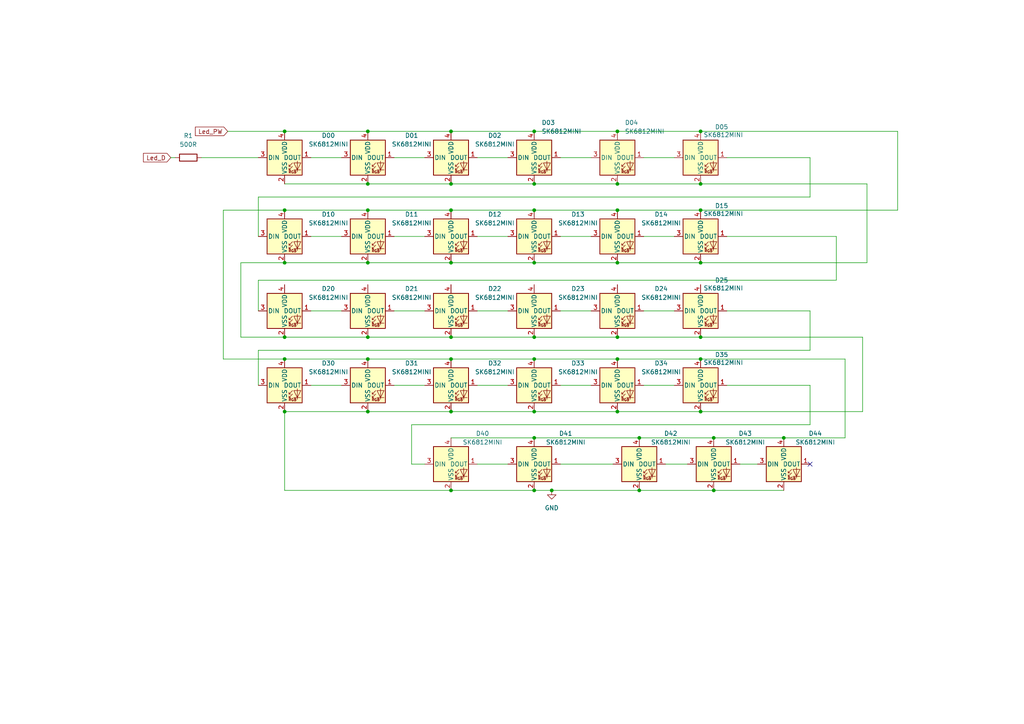
<source format=kicad_sch>
(kicad_sch (version 20250114) (generator "eeschema") (generator_version "9.0")
  (paper "A4")
  (lib_symbols
    (symbol "Device:R" (pin_numbers (hide yes)) (pin_names (offset 0))
      (property "Reference" "R" (at 2.032 0 90))
      (property "Value" "R" (at 0 0 90))
      (symbol "R_0_1"
        (rectangle (start -1.016 -2.54) (end 1.016 2.54) (stroke (width 0.254)))
      )
      (symbol "R_1_1"
        (pin passive line (at 0 3.81 270) (length 1.27) (name "~") (number "1"))
        (pin passive line (at 0 -3.81 90) (length 1.27) (name "~") (number "2"))
      )
    )
    (symbol "LED:SK6812MINI" (pin_names (offset 0.254))
      (property "Reference" "D" (at 5.08 5.715 0))
      (property "Value" "SK6812MINI" (at 1.27 -5.715 0))
      (symbol "SK6812MINI_0_0"
        (text "RGB" (at 2.286 -4.191 0) (effects (font (size 0.762 0.762))))
      )
      (symbol "SK6812MINI_0_1"
        (polyline (pts (xy 1.27 -2.54) (xy 1.778 -2.54)))
        (polyline (pts (xy 1.27 -3.556) (xy 1.778 -3.556)))
        (polyline (pts (xy 2.286 -1.524) (xy 1.27 -2.54) (xy 1.27 -2.032)))
        (polyline (pts (xy 2.286 -2.54) (xy 1.27 -3.556) (xy 1.27 -3.048)))
        (polyline (pts (xy 3.683 -1.016) (xy 3.683 -3.556) (xy 3.683 -4.064)))
        (polyline (pts (xy 4.699 -1.524) (xy 2.667 -1.524) (xy 3.683 -3.556) (xy 4.699 -1.524)))
        (polyline (pts (xy 4.699 -3.556) (xy 2.667 -3.556)))
        (rectangle (start 5.08 5.08) (end -5.08 -5.08) (stroke (width 0.254)) (fill (type background)))
      )
      (symbol "SK6812MINI_1_1"
        (pin input line (at -7.62 0 0) (length 2.54) (name "DIN") (number "3"))
        (pin power_in line (at 0 7.62 270) (length 2.54) (name "VDD") (number "4"))
        (pin power_in line (at 0 -7.62 90) (length 2.54) (name "VSS") (number "2"))
        (pin output line (at 7.62 0 180) (length 2.54) (name "DOUT") (number "1"))
      )
    )
    (symbol "power:GND" (power) (pin_numbers (hide yes)) (pin_names (offset 0) (hide yes))
      (property "Value" "GND" (at 0 -3.81 0))
      (symbol "GND_0_1"
        (polyline (pts (xy 0 0) (xy 0 -1.27) (xy 1.27 -1.27) (xy 0 -2.54) (xy -1.27 -1.27) (xy 0 -1.27)))
      )
      (symbol "GND_1_1"
        (pin power_in line (at 0 0 270) (length 0) (name "~") (number "1"))
      )
    )
  )
  (junction (at 203.2 60.96))
  (junction (at 179.07 38.1))
  (junction (at 154.94 60.96))
  (junction (at 106.68 76.2))
  (junction (at 154.94 119.38))
  (junction (at 203.2 119.38))
  (junction (at 130.81 38.1))
  (junction (at 82.55 119.38))
  (junction (at 130.81 142.24))
  (junction (at 82.55 97.79))
  (junction (at 207.01 127))
  (junction (at 154.94 127))
  (junction (at 160.02 142.24))
  (junction (at 203.2 53.34))
  (junction (at 203.2 104.14))
  (junction (at 82.55 76.2))
  (junction (at 203.2 97.79))
  (junction (at 106.68 104.14))
  (junction (at 227.33 127))
  (junction (at 185.42 127))
  (junction (at 179.07 104.14))
  (junction (at 106.68 53.34))
  (junction (at 82.55 38.1))
  (junction (at 185.42 142.24))
  (junction (at 154.94 38.1))
  (junction (at 207.01 142.24))
  (junction (at 154.94 97.79))
  (junction (at 106.68 119.38))
  (junction (at 130.81 53.34))
  (junction (at 130.81 119.38))
  (junction (at 203.2 38.1))
  (junction (at 130.81 76.2))
  (junction (at 82.55 60.96))
  (junction (at 203.2 76.2))
  (junction (at 106.68 60.96))
  (junction (at 130.81 60.96))
  (junction (at 106.68 38.1))
  (junction (at 154.94 142.24))
  (junction (at 179.07 76.2))
  (junction (at 82.55 104.14))
  (junction (at 179.07 119.38))
  (junction (at 154.94 53.34))
  (junction (at 179.07 97.79))
  (junction (at 179.07 53.34))
  (junction (at 154.94 104.14))
  (junction (at 106.68 97.79))
  (junction (at 179.07 60.96))
  (junction (at 130.81 97.79))
  (junction (at 130.81 104.14))
  (junction (at 154.94 76.2))
  (no_connect (at 234.95 134.62))
  (wire (pts (xy 251.46 53.34) (xy 251.46 76.2)))
  (wire (pts (xy 82.55 38.1) (xy 106.68 38.1)))
  (wire (pts (xy 162.56 90.17) (xy 171.45 90.17)))
  (wire (pts (xy 90.17 68.58) (xy 99.06 68.58)))
  (wire (pts (xy 242.57 68.58) (xy 242.57 81.28)))
  (wire (pts (xy 234.95 90.17) (xy 234.95 101.6)))
  (wire (pts (xy 106.68 97.79) (xy 130.81 97.79)))
  (wire (pts (xy 130.81 76.2) (xy 106.68 76.2)))
  (wire (pts (xy 106.68 119.38) (xy 82.55 119.38)))
  (wire (pts (xy 214.63 134.62) (xy 219.71 134.62)))
  (wire (pts (xy 154.94 60.96) (xy 130.81 60.96)))
  (wire (pts (xy 119.38 134.62) (xy 123.19 134.62)))
  (wire (pts (xy 114.3 68.58) (xy 123.19 68.58)))
  (wire (pts (xy 234.95 45.72) (xy 234.95 57.15)))
  (wire (pts (xy 179.07 76.2) (xy 154.94 76.2)))
  (wire (pts (xy 82.55 53.34) (xy 106.68 53.34)))
  (wire (pts (xy 186.69 90.17) (xy 195.58 90.17)))
  (wire (pts (xy 210.82 90.17) (xy 234.95 90.17)))
  (wire (pts (xy 138.43 45.72) (xy 147.32 45.72)))
  (wire (pts (xy 82.55 142.24) (xy 130.81 142.24)))
  (wire (pts (xy 114.3 45.72) (xy 123.19 45.72)))
  (wire (pts (xy 106.68 76.2) (xy 82.55 76.2)))
  (wire (pts (xy 160.02 142.24) (xy 185.42 142.24)))
  (wire (pts (xy 130.81 38.1) (xy 154.94 38.1)))
  (wire (pts (xy 154.94 104.14) (xy 179.07 104.14)))
  (wire (pts (xy 162.56 45.72) (xy 171.45 45.72)))
  (wire (pts (xy 69.85 97.79) (xy 82.55 97.79)))
  (wire (pts (xy 186.69 68.58) (xy 195.58 68.58)))
  (wire (pts (xy 162.56 134.62) (xy 177.8 134.62)))
  (wire (pts (xy 203.2 97.79) (xy 250.19 97.79)))
  (wire (pts (xy 207.01 127) (xy 185.42 127)))
  (wire (pts (xy 82.55 76.2) (xy 69.85 76.2)))
  (wire (pts (xy 203.2 76.2) (xy 251.46 76.2)))
  (wire (pts (xy 203.2 104.14) (xy 245.11 104.14)))
  (wire (pts (xy 154.94 38.1) (xy 179.07 38.1)))
  (wire (pts (xy 64.77 60.96) (xy 64.77 104.14)))
  (wire (pts (xy 185.42 142.24) (xy 207.01 142.24)))
  (wire (pts (xy 234.95 101.6) (xy 74.93 101.6)))
  (wire (pts (xy 130.81 119.38) (xy 106.68 119.38)))
  (wire (pts (xy 210.82 111.76) (xy 234.95 111.76)))
  (wire (pts (xy 58.42 45.72) (xy 74.93 45.72)))
  (wire (pts (xy 82.55 104.14) (xy 106.68 104.14)))
  (wire (pts (xy 69.85 76.2) (xy 69.85 97.79)))
  (wire (pts (xy 154.94 53.34) (xy 179.07 53.34)))
  (wire (pts (xy 154.94 76.2) (xy 130.81 76.2)))
  (wire (pts (xy 203.2 60.96) (xy 260.35 60.96)))
  (wire (pts (xy 106.68 53.34) (xy 130.81 53.34)))
  (wire (pts (xy 154.94 142.24) (xy 160.02 142.24)))
  (wire (pts (xy 210.82 45.72) (xy 234.95 45.72)))
  (wire (pts (xy 138.43 134.62) (xy 147.32 134.62)))
  (wire (pts (xy 106.68 38.1) (xy 130.81 38.1)))
  (wire (pts (xy 179.07 53.34) (xy 203.2 53.34)))
  (wire (pts (xy 242.57 81.28) (xy 74.93 81.28)))
  (wire (pts (xy 210.82 68.58) (xy 242.57 68.58)))
  (wire (pts (xy 119.38 123.19) (xy 119.38 134.62)))
  (wire (pts (xy 162.56 111.76) (xy 171.45 111.76)))
  (wire (pts (xy 154.94 119.38) (xy 130.81 119.38)))
  (wire (pts (xy 82.55 60.96) (xy 64.77 60.96)))
  (wire (pts (xy 74.93 81.28) (xy 74.93 90.17)))
  (wire (pts (xy 130.81 127) (xy 154.94 127)))
  (wire (pts (xy 203.2 60.96) (xy 179.07 60.96)))
  (wire (pts (xy 203.2 119.38) (xy 179.07 119.38)))
  (wire (pts (xy 179.07 104.14) (xy 203.2 104.14)))
  (wire (pts (xy 234.95 111.76) (xy 234.95 123.19)))
  (wire (pts (xy 130.81 60.96) (xy 106.68 60.96)))
  (wire (pts (xy 90.17 90.17) (xy 99.06 90.17)))
  (wire (pts (xy 138.43 111.76) (xy 147.32 111.76)))
  (wire (pts (xy 162.56 68.58) (xy 171.45 68.58)))
  (wire (pts (xy 74.93 101.6) (xy 74.93 111.76)))
  (wire (pts (xy 179.07 119.38) (xy 154.94 119.38)))
  (wire (pts (xy 82.55 119.38) (xy 82.55 142.24)))
  (wire (pts (xy 106.68 104.14) (xy 130.81 104.14)))
  (wire (pts (xy 114.3 111.76) (xy 123.19 111.76)))
  (wire (pts (xy 203.2 76.2) (xy 179.07 76.2)))
  (wire (pts (xy 179.07 38.1) (xy 203.2 38.1)))
  (wire (pts (xy 203.2 38.1) (xy 260.35 38.1)))
  (wire (pts (xy 138.43 90.17) (xy 147.32 90.17)))
  (wire (pts (xy 130.81 97.79) (xy 154.94 97.79)))
  (wire (pts (xy 90.17 111.76) (xy 99.06 111.76)))
  (wire (pts (xy 119.38 123.19) (xy 234.95 123.19)))
  (wire (pts (xy 130.81 53.34) (xy 154.94 53.34)))
  (wire (pts (xy 82.55 97.79) (xy 106.68 97.79)))
  (wire (pts (xy 114.3 90.17) (xy 123.19 90.17)))
  (wire (pts (xy 49.53 45.72) (xy 50.8 45.72)))
  (wire (pts (xy 245.11 104.14) (xy 245.11 127)))
  (wire (pts (xy 227.33 127) (xy 207.01 127)))
  (wire (pts (xy 260.35 38.1) (xy 260.35 60.96)))
  (wire (pts (xy 186.69 45.72) (xy 195.58 45.72)))
  (wire (pts (xy 90.17 45.72) (xy 99.06 45.72)))
  (wire (pts (xy 130.81 142.24) (xy 154.94 142.24)))
  (wire (pts (xy 154.94 127) (xy 185.42 127)))
  (wire (pts (xy 234.95 57.15) (xy 74.93 57.15)))
  (wire (pts (xy 179.07 60.96) (xy 154.94 60.96)))
  (wire (pts (xy 203.2 119.38) (xy 250.19 119.38)))
  (wire (pts (xy 130.81 104.14) (xy 154.94 104.14)))
  (wire (pts (xy 179.07 97.79) (xy 203.2 97.79)))
  (wire (pts (xy 207.01 142.24) (xy 227.33 142.24)))
  (wire (pts (xy 64.77 104.14) (xy 82.55 104.14)))
  (wire (pts (xy 106.68 60.96) (xy 82.55 60.96)))
  (wire (pts (xy 186.69 111.76) (xy 195.58 111.76)))
  (wire (pts (xy 154.94 97.79) (xy 179.07 97.79)))
  (wire (pts (xy 245.11 127) (xy 227.33 127)))
  (wire (pts (xy 250.19 97.79) (xy 250.19 119.38)))
  (wire (pts (xy 203.2 53.34) (xy 251.46 53.34)))
  (wire (pts (xy 66.04 38.1) (xy 82.55 38.1)))
  (wire (pts (xy 138.43 68.58) (xy 147.32 68.58)))
  (wire (pts (xy 74.93 57.15) (xy 74.93 68.58)))
  (wire (pts (xy 193.04 134.62) (xy 199.39 134.62)))
  (global_label "Led_PW" (shape input) (at 66.04 38.1 180) (property "Intersheetrefs" "${INTERSHEET_REFS}" (effects (hide yes))))
  (global_label "Led_D" (shape input) (at 49.53 45.72 180) (property "Intersheetrefs" "${INTERSHEET_REFS}" (effects (hide yes))))
  (symbol (lib_id "LED:SK6812MINI") (at 82.55 111.76 0) (unit 1)
    (property "Reference" "D30" (at 95.25 105.3398 0))
    (property "Value" "SK6812MINI" (at 95.25 107.8798 0))
    (property "Footprint" "ScottoKeebs_Components:SK6812-MINI-E" (effects (hide yes)))
    (property "Datasheet" "https://cdn-shop.adafruit.com/product-files/2686/SK6812MINI_REV.01-1-2.pdf" (effects (hide yes)))
    (property "Description" "RGB LED with integrated controller" (effects (hide yes)))
  )
  (symbol (lib_id "LED:SK6812MINI") (at 106.68 111.76 0) (unit 1)
    (property "Reference" "D31" (at 119.38 105.3398 0))
    (property "Value" "SK6812MINI" (at 119.38 107.8798 0))
    (property "Footprint" "ScottoKeebs_Components:SK6812-MINI-E" (effects (hide yes)))
    (property "Datasheet" "https://cdn-shop.adafruit.com/product-files/2686/SK6812MINI_REV.01-1-2.pdf" (effects (hide yes)))
    (property "Description" "RGB LED with integrated controller" (effects (hide yes)))
  )
  (symbol (lib_id "LED:SK6812MINI") (at 203.2 111.76 0) (unit 1)
    (property "Reference" "D35" (at 209.296 102.87 0))
    (property "Value" "SK6812MINI" (at 209.804 105.156 0))
    (property "Footprint" "ScottoKeebs_Components:SK6812-MINI-E" (effects (hide yes)))
    (property "Datasheet" "https://cdn-shop.adafruit.com/product-files/2686/SK6812MINI_REV.01-1-2.pdf" (effects (hide yes)))
    (property "Description" "RGB LED with integrated controller" (effects (hide yes)))
  )
  (symbol (lib_id "LED:SK6812MINI") (at 130.81 45.72 0) (unit 1)
    (property "Reference" "D02" (at 143.51 39.2998 0))
    (property "Value" "SK6812MINI" (at 143.51 41.8398 0))
    (property "Footprint" "ScottoKeebs_Components:SK6812-MINI-E" (effects (hide yes)))
    (property "Datasheet" "https://cdn-shop.adafruit.com/product-files/2686/SK6812MINI_REV.01-1-2.pdf" (effects (hide yes)))
    (property "Description" "RGB LED with integrated controller" (effects (hide yes)))
  )
  (symbol (lib_id "LED:SK6812MINI") (at 203.2 45.72 0) (unit 1)
    (property "Reference" "D05" (at 209.296 36.83 0))
    (property "Value" "SK6812MINI" (at 209.804 39.116 0))
    (property "Footprint" "ScottoKeebs_Components:SK6812-MINI-E" (effects (hide yes)))
    (property "Datasheet" "https://cdn-shop.adafruit.com/product-files/2686/SK6812MINI_REV.01-1-2.pdf" (effects (hide yes)))
    (property "Description" "RGB LED with integrated controller" (effects (hide yes)))
  )
  (symbol (lib_id "LED:SK6812MINI") (at 154.94 45.72 0) (unit 1)
    (property "Reference" "D03" (at 157.0833 35.56 0) (effects (justify left)))
    (property "Value" "SK6812MINI" (at 157.0833 38.1 0) (effects (justify left)))
    (property "Footprint" "ScottoKeebs_Components:SK6812-MINI-E" (effects (hide yes)))
    (property "Datasheet" "https://cdn-shop.adafruit.com/product-files/2686/SK6812MINI_REV.01-1-2.pdf" (effects (hide yes)))
    (property "Description" "RGB LED with integrated controller" (effects (hide yes)))
  )
  (symbol (lib_id "LED:SK6812MINI") (at 130.81 90.17 0) (unit 1)
    (property "Reference" "D22" (at 143.51 83.7498 0))
    (property "Value" "SK6812MINI" (at 143.51 86.2898 0))
    (property "Footprint" "ScottoKeebs_Components:SK6812-MINI-E" (effects (hide yes)))
    (property "Datasheet" "https://cdn-shop.adafruit.com/product-files/2686/SK6812MINI_REV.01-1-2.pdf" (effects (hide yes)))
    (property "Description" "RGB LED with integrated controller" (effects (hide yes)))
  )
  (symbol (lib_id "LED:SK6812MINI") (at 179.07 111.76 0) (unit 1)
    (property "Reference" "D34" (at 191.77 105.3398 0))
    (property "Value" "SK6812MINI" (at 191.77 107.8798 0))
    (property "Footprint" "ScottoKeebs_Components:SK6812-MINI-E" (effects (hide yes)))
    (property "Datasheet" "https://cdn-shop.adafruit.com/product-files/2686/SK6812MINI_REV.01-1-2.pdf" (effects (hide yes)))
    (property "Description" "RGB LED with integrated controller" (effects (hide yes)))
  )
  (symbol (lib_id "LED:SK6812MINI") (at 82.55 45.72 0) (unit 1)
    (property "Reference" "D00" (at 95.25 39.2998 0))
    (property "Value" "SK6812MINI" (at 95.25 41.8398 0))
    (property "Footprint" "ScottoKeebs_Components:SK6812-MINI-E" (effects (hide yes)))
    (property "Datasheet" "https://cdn-shop.adafruit.com/product-files/2686/SK6812MINI_REV.01-1-2.pdf" (effects (hide yes)))
    (property "Description" "RGB LED with integrated controller" (effects (hide yes)))
  )
  (symbol (lib_id "LED:SK6812MINI") (at 203.2 90.17 0) (unit 1)
    (property "Reference" "D25" (at 209.296 81.28 0))
    (property "Value" "SK6812MINI" (at 209.804 83.566 0))
    (property "Footprint" "ScottoKeebs_Components:SK6812-MINI-E" (effects (hide yes)))
    (property "Datasheet" "https://cdn-shop.adafruit.com/product-files/2686/SK6812MINI_REV.01-1-2.pdf" (effects (hide yes)))
    (property "Description" "RGB LED with integrated controller" (effects (hide yes)))
  )
  (symbol (lib_id "LED:SK6812MINI") (at 154.94 68.58 0) (unit 1)
    (property "Reference" "D13" (at 167.64 62.1598 0))
    (property "Value" "SK6812MINI" (at 167.64 64.6998 0))
    (property "Footprint" "ScottoKeebs_Components:SK6812-MINI-E" (effects (hide yes)))
    (property "Datasheet" "https://cdn-shop.adafruit.com/product-files/2686/SK6812MINI_REV.01-1-2.pdf" (effects (hide yes)))
    (property "Description" "RGB LED with integrated controller" (effects (hide yes)))
  )
  (symbol (lib_id "Device:R") (at 54.61 45.72 90) (unit 1)
    (property "Reference" "R1" (at 54.61 39.37 90))
    (property "Value" "500R" (at 54.61 41.91 90))
    (property "Footprint" "Resistor_THT:R_Axial_DIN0414_L11.9mm_D4.5mm_P15.24mm_Horizontal" (effects (hide yes)))
    (property "Description" "Resistor" (effects (hide yes)))
  )
  (symbol (lib_id "LED:SK6812MINI") (at 130.81 111.76 0) (unit 1)
    (property "Reference" "D32" (at 143.51 105.3398 0))
    (property "Value" "SK6812MINI" (at 143.51 107.8798 0))
    (property "Footprint" "ScottoKeebs_Components:SK6812-MINI-E" (effects (hide yes)))
    (property "Datasheet" "https://cdn-shop.adafruit.com/product-files/2686/SK6812MINI_REV.01-1-2.pdf" (effects (hide yes)))
    (property "Description" "RGB LED with integrated controller" (effects (hide yes)))
  )
  (symbol (lib_id "LED:SK6812MINI") (at 82.55 68.58 0) (unit 1)
    (property "Reference" "D10" (at 95.25 62.1598 0))
    (property "Value" "SK6812MINI" (at 95.25 64.6998 0))
    (property "Footprint" "ScottoKeebs_Components:SK6812-MINI-E" (effects (hide yes)))
    (property "Datasheet" "https://cdn-shop.adafruit.com/product-files/2686/SK6812MINI_REV.01-1-2.pdf" (effects (hide yes)))
    (property "Description" "RGB LED with integrated controller" (effects (hide yes)))
  )
  (symbol (lib_id "LED:SK6812MINI") (at 179.07 90.17 0) (unit 1)
    (property "Reference" "D24" (at 191.77 83.7498 0))
    (property "Value" "SK6812MINI" (at 191.77 86.2898 0))
    (property "Footprint" "ScottoKeebs_Components:SK6812-MINI-E" (effects (hide yes)))
    (property "Datasheet" "https://cdn-shop.adafruit.com/product-files/2686/SK6812MINI_REV.01-1-2.pdf" (effects (hide yes)))
    (property "Description" "RGB LED with integrated controller" (effects (hide yes)))
  )
  (symbol (lib_id "LED:SK6812MINI") (at 179.07 68.58 0) (unit 1)
    (property "Reference" "D14" (at 191.77 62.1598 0))
    (property "Value" "SK6812MINI" (at 191.77 64.6998 0))
    (property "Footprint" "ScottoKeebs_Components:SK6812-MINI-E" (effects (hide yes)))
    (property "Datasheet" "https://cdn-shop.adafruit.com/product-files/2686/SK6812MINI_REV.01-1-2.pdf" (effects (hide yes)))
    (property "Description" "RGB LED with integrated controller" (effects (hide yes)))
  )
  (symbol (lib_id "LED:SK6812MINI") (at 203.2 68.58 0) (unit 1)
    (property "Reference" "D15" (at 209.296 59.69 0))
    (property "Value" "SK6812MINI" (at 209.804 61.976 0))
    (property "Footprint" "ScottoKeebs_Components:SK6812-MINI-E" (effects (hide yes)))
    (property "Datasheet" "https://cdn-shop.adafruit.com/product-files/2686/SK6812MINI_REV.01-1-2.pdf" (effects (hide yes)))
    (property "Description" "RGB LED with integrated controller" (effects (hide yes)))
  )
  (symbol (lib_id "LED:SK6812MINI") (at 154.94 90.17 0) (unit 1)
    (property "Reference" "D23" (at 167.64 83.7498 0))
    (property "Value" "SK6812MINI" (at 167.64 86.2898 0))
    (property "Footprint" "ScottoKeebs_Components:SK6812-MINI-E" (effects (hide yes)))
    (property "Datasheet" "https://cdn-shop.adafruit.com/product-files/2686/SK6812MINI_REV.01-1-2.pdf" (effects (hide yes)))
    (property "Description" "RGB LED with integrated controller" (effects (hide yes)))
  )
  (symbol (lib_id "LED:SK6812MINI") (at 130.81 134.62 0) (unit 1)
    (property "Reference" "D40" (at 139.954 125.73 0))
    (property "Value" "SK6812MINI" (at 139.954 128.27 0))
    (property "Footprint" "ScottoKeebs_Components:SK6812-MINI-E" (effects (hide yes)))
    (property "Datasheet" "https://cdn-shop.adafruit.com/product-files/2686/SK6812MINI_REV.01-1-2.pdf" (effects (hide yes)))
    (property "Description" "RGB LED with integrated controller" (effects (hide yes)))
  )
  (symbol (lib_id "power:GND") (at 160.02 142.24 0) (unit 1)
    (property "Reference" "#PWR01" (effects (hide yes)))
    (property "Value" "GND" (at 160.02 147.32 0))
    (property "Description" "Power symbol creates a global label with name \"GND\" , ground" (effects (hide yes)))
  )
  (symbol (lib_id "LED:SK6812MINI") (at 179.07 45.72 0) (unit 1)
    (property "Reference" "D04" (at 181.2133 35.56 0) (effects (justify left)))
    (property "Value" "SK6812MINI" (at 181.2133 38.1 0) (effects (justify left)))
    (property "Footprint" "ScottoKeebs_Components:SK6812-MINI-E" (effects (hide yes)))
    (property "Datasheet" "https://cdn-shop.adafruit.com/product-files/2686/SK6812MINI_REV.01-1-2.pdf" (effects (hide yes)))
    (property "Description" "RGB LED with integrated controller" (effects (hide yes)))
  )
  (symbol (lib_id "LED:SK6812MINI") (at 207.01 134.62 0) (unit 1)
    (property "Reference" "D43" (at 216.154 125.73 0))
    (property "Value" "SK6812MINI" (at 216.154 128.27 0))
    (property "Footprint" "ScottoKeebs_Components:SK6812-MINI-E" (effects (hide yes)))
    (property "Datasheet" "https://cdn-shop.adafruit.com/product-files/2686/SK6812MINI_REV.01-1-2.pdf" (effects (hide yes)))
    (property "Description" "RGB LED with integrated controller" (effects (hide yes)))
  )
  (symbol (lib_id "LED:SK6812MINI") (at 130.81 68.58 0) (unit 1)
    (property "Reference" "D12" (at 143.51 62.1598 0))
    (property "Value" "SK6812MINI" (at 143.51 64.6998 0))
    (property "Footprint" "ScottoKeebs_Components:SK6812-MINI-E" (effects (hide yes)))
    (property "Datasheet" "https://cdn-shop.adafruit.com/product-files/2686/SK6812MINI_REV.01-1-2.pdf" (effects (hide yes)))
    (property "Description" "RGB LED with integrated controller" (effects (hide yes)))
  )
  (symbol (lib_id "LED:SK6812MINI") (at 227.33 134.62 0) (unit 1)
    (property "Reference" "D44" (at 236.474 125.73 0))
    (property "Value" "SK6812MINI" (at 236.474 128.27 0))
    (property "Footprint" "ScottoKeebs_Components:SK6812-MINI-E" (effects (hide yes)))
    (property "Datasheet" "https://cdn-shop.adafruit.com/product-files/2686/SK6812MINI_REV.01-1-2.pdf" (effects (hide yes)))
    (property "Description" "RGB LED with integrated controller" (effects (hide yes)))
  )
  (symbol (lib_id "LED:SK6812MINI") (at 106.68 45.72 0) (unit 1)
    (property "Reference" "D01" (at 119.38 39.2998 0))
    (property "Value" "SK6812MINI" (at 119.38 41.8398 0))
    (property "Footprint" "ScottoKeebs_Components:SK6812-MINI-E" (effects (hide yes)))
    (property "Datasheet" "https://cdn-shop.adafruit.com/product-files/2686/SK6812MINI_REV.01-1-2.pdf" (effects (hide yes)))
    (property "Description" "RGB LED with integrated controller" (effects (hide yes)))
  )
  (symbol (lib_id "LED:SK6812MINI") (at 106.68 68.58 0) (unit 1)
    (property "Reference" "D11" (at 119.38 62.1598 0))
    (property "Value" "SK6812MINI" (at 119.38 64.6998 0))
    (property "Footprint" "ScottoKeebs_Components:SK6812-MINI-E" (effects (hide yes)))
    (property "Datasheet" "https://cdn-shop.adafruit.com/product-files/2686/SK6812MINI_REV.01-1-2.pdf" (effects (hide yes)))
    (property "Description" "RGB LED with integrated controller" (effects (hide yes)))
  )
  (symbol (lib_id "LED:SK6812MINI") (at 154.94 134.62 0) (unit 1)
    (property "Reference" "D41" (at 164.084 125.73 0))
    (property "Value" "SK6812MINI" (at 164.084 128.27 0))
    (property "Footprint" "ScottoKeebs_Components:SK6812-MINI-E" (effects (hide yes)))
    (property "Datasheet" "https://cdn-shop.adafruit.com/product-files/2686/SK6812MINI_REV.01-1-2.pdf" (effects (hide yes)))
    (property "Description" "RGB LED with integrated controller" (effects (hide yes)))
  )
  (symbol (lib_id "LED:SK6812MINI") (at 185.42 134.62 0) (unit 1)
    (property "Reference" "D42" (at 194.564 125.73 0))
    (property "Value" "SK6812MINI" (at 194.564 128.27 0))
    (property "Footprint" "ScottoKeebs_Components:SK6812-MINI-E" (effects (hide yes)))
    (property "Datasheet" "https://cdn-shop.adafruit.com/product-files/2686/SK6812MINI_REV.01-1-2.pdf" (effects (hide yes)))
    (property "Description" "RGB LED with integrated controller" (effects (hide yes)))
  )
  (symbol (lib_id "LED:SK6812MINI") (at 154.94 111.76 0) (unit 1)
    (property "Reference" "D33" (at 167.64 105.3398 0))
    (property "Value" "SK6812MINI" (at 167.64 107.8798 0))
    (property "Footprint" "ScottoKeebs_Components:SK6812-MINI-E" (effects (hide yes)))
    (property "Datasheet" "https://cdn-shop.adafruit.com/product-files/2686/SK6812MINI_REV.01-1-2.pdf" (effects (hide yes)))
    (property "Description" "RGB LED with integrated controller" (effects (hide yes)))
  )
  (symbol (lib_id "LED:SK6812MINI") (at 82.55 90.17 0) (unit 1)
    (property "Reference" "D20" (at 95.25 83.7498 0))
    (property "Value" "SK6812MINI" (at 95.25 86.2898 0))
    (property "Footprint" "ScottoKeebs_Components:SK6812-MINI-E" (effects (hide yes)))
    (property "Datasheet" "https://cdn-shop.adafruit.com/product-files/2686/SK6812MINI_REV.01-1-2.pdf" (effects (hide yes)))
    (property "Description" "RGB LED with integrated controller" (effects (hide yes)))
  )
  (symbol (lib_id "LED:SK6812MINI") (at 106.68 90.17 0) (unit 1)
    (property "Reference" "D21" (at 119.38 83.7498 0))
    (property "Value" "SK6812MINI" (at 119.38 86.2898 0))
    (property "Footprint" "ScottoKeebs_Components:SK6812-MINI-E" (effects (hide yes)))
    (property "Datasheet" "https://cdn-shop.adafruit.com/product-files/2686/SK6812MINI_REV.01-1-2.pdf" (effects (hide yes)))
    (property "Description" "RGB LED with integrated controller" (effects (hide yes)))
  )
)
</source>
